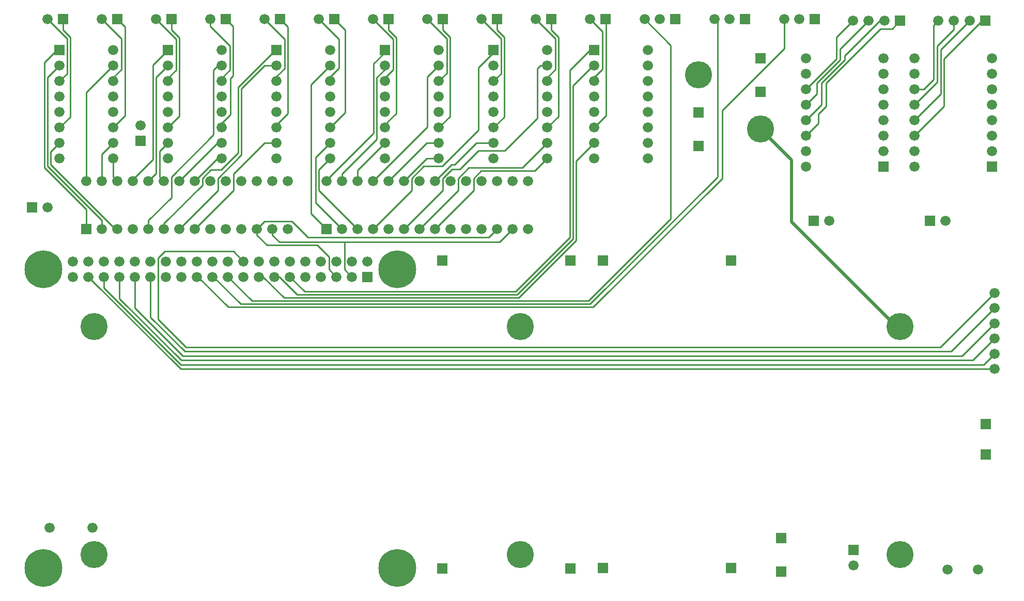
<source format=gbr>
G04 EAGLE Gerber RS-274X export*
G75*
%MOMM*%
%FSLAX34Y34*%
%LPD*%
%INTop Copper*%
%IPPOS*%
%AMOC8*
5,1,8,0,0,1.08239X$1,22.5*%
G01*
%ADD10R,1.676400X1.676400*%
%ADD11C,1.676400*%
%ADD12C,6.200000*%
%ADD13C,4.445000*%
%ADD14C,0.254000*%
%ADD15C,0.508000*%


D10*
X697386Y41124D03*
X907386Y41124D03*
X697386Y546124D03*
X907386Y546124D03*
X960784Y41632D03*
X1170784Y41632D03*
X960784Y546632D03*
X1170784Y546632D03*
D11*
X1054100Y942340D03*
X1029100Y942340D03*
D10*
X1079100Y942340D03*
D11*
X51000Y942340D03*
D10*
X76000Y942340D03*
D11*
X851100Y942340D03*
D10*
X876100Y942340D03*
D11*
X940000Y942340D03*
D10*
X965000Y942340D03*
D11*
X139900Y942340D03*
D10*
X164900Y942340D03*
D11*
X228800Y942340D03*
D10*
X253800Y942340D03*
D11*
X317700Y942340D03*
D10*
X342700Y942340D03*
D11*
X406600Y942340D03*
D10*
X431600Y942340D03*
D11*
X495500Y942340D03*
D10*
X520500Y942340D03*
D11*
X584400Y942340D03*
D10*
X609400Y942340D03*
D11*
X673300Y942340D03*
D10*
X698300Y942340D03*
D11*
X762200Y942340D03*
D10*
X787200Y942340D03*
X70300Y891540D03*
D11*
X70300Y866140D03*
X70300Y840740D03*
X70300Y815340D03*
X70300Y789940D03*
X70300Y764540D03*
X70300Y739140D03*
X70300Y713740D03*
X158300Y713740D03*
X158300Y739140D03*
X158300Y764540D03*
X158300Y789940D03*
X158300Y815340D03*
X158300Y840740D03*
X158300Y866140D03*
X158300Y891540D03*
D10*
X248100Y891540D03*
D11*
X248100Y866140D03*
X248100Y840740D03*
X248100Y815340D03*
X248100Y789940D03*
X248100Y764540D03*
X248100Y739140D03*
X248100Y713740D03*
X336100Y713740D03*
X336100Y739140D03*
X336100Y764540D03*
X336100Y789940D03*
X336100Y815340D03*
X336100Y840740D03*
X336100Y866140D03*
X336100Y891540D03*
D10*
X425900Y891540D03*
D11*
X425900Y866140D03*
X425900Y840740D03*
X425900Y815340D03*
X425900Y789940D03*
X425900Y764540D03*
X425900Y739140D03*
X425900Y713740D03*
X513900Y713740D03*
X513900Y739140D03*
X513900Y764540D03*
X513900Y789940D03*
X513900Y815340D03*
X513900Y840740D03*
X513900Y866140D03*
X513900Y891540D03*
D10*
X603700Y891540D03*
D11*
X603700Y866140D03*
X603700Y840740D03*
X603700Y815340D03*
X603700Y789940D03*
X603700Y764540D03*
X603700Y739140D03*
X603700Y713740D03*
X691700Y713740D03*
X691700Y739140D03*
X691700Y764540D03*
X691700Y789940D03*
X691700Y815340D03*
X691700Y840740D03*
X691700Y866140D03*
X691700Y891540D03*
D10*
X781500Y891540D03*
D11*
X781500Y866140D03*
X781500Y840740D03*
X781500Y815340D03*
X781500Y789940D03*
X781500Y764540D03*
X781500Y739140D03*
X781500Y713740D03*
X869500Y713740D03*
X869500Y739140D03*
X869500Y764540D03*
X869500Y789940D03*
X869500Y815340D03*
X869500Y840740D03*
X869500Y866140D03*
X869500Y891540D03*
D10*
X946600Y891540D03*
D11*
X946600Y866140D03*
X946600Y840740D03*
X946600Y815340D03*
X946600Y789940D03*
X946600Y764540D03*
X946600Y739140D03*
X946600Y713740D03*
X1034600Y713740D03*
X1034600Y739140D03*
X1034600Y764540D03*
X1034600Y789940D03*
X1034600Y815340D03*
X1034600Y840740D03*
X1034600Y866140D03*
X1034600Y891540D03*
D12*
X623680Y42020D03*
X43680Y42020D03*
X43680Y532020D03*
X623680Y532020D03*
D10*
X574980Y519320D03*
D11*
X549580Y519320D03*
X524180Y519320D03*
X498780Y519320D03*
X473380Y519320D03*
X447980Y519320D03*
X574980Y544720D03*
X549580Y544720D03*
X524180Y544720D03*
X498780Y544720D03*
X473380Y544720D03*
X447980Y544720D03*
X422580Y519320D03*
X422580Y544720D03*
X397180Y519320D03*
X371780Y519320D03*
X346380Y519320D03*
X320980Y519320D03*
X295580Y519320D03*
X270180Y519320D03*
X397180Y544720D03*
X371780Y544720D03*
X346380Y544720D03*
X320980Y544720D03*
X295580Y544720D03*
X270180Y544720D03*
X244780Y519320D03*
X244780Y544720D03*
X219380Y519320D03*
X193980Y519320D03*
X168580Y519320D03*
X143180Y519320D03*
X117780Y519320D03*
X92380Y519320D03*
X219380Y544720D03*
X193980Y544720D03*
X168580Y544720D03*
X143180Y544720D03*
X117780Y544720D03*
X92380Y544720D03*
X1420622Y776656D03*
X1293622Y776656D03*
X1420622Y802056D03*
X1420622Y827456D03*
X1420622Y852856D03*
X1420622Y878256D03*
X1420622Y751256D03*
X1420622Y725856D03*
D10*
X1420622Y700456D03*
D11*
X1293622Y751256D03*
X1293622Y725856D03*
X1293622Y700456D03*
X1293622Y802056D03*
X1293622Y827456D03*
X1293622Y852856D03*
X1293622Y878256D03*
X1168400Y942340D03*
X1143400Y942340D03*
D10*
X1193400Y942340D03*
D11*
X1598422Y776656D03*
X1471422Y776656D03*
X1598422Y802056D03*
X1598422Y827456D03*
X1598422Y852856D03*
X1598422Y878256D03*
X1598422Y751256D03*
X1598422Y725856D03*
D10*
X1598422Y700456D03*
D11*
X1471422Y751256D03*
X1471422Y725856D03*
X1471422Y700456D03*
X1471422Y802056D03*
X1471422Y827456D03*
X1471422Y852856D03*
X1471422Y878256D03*
X1282700Y942340D03*
X1257700Y942340D03*
D10*
X1307700Y942340D03*
X508000Y598190D03*
D11*
X533400Y598190D03*
X558800Y598190D03*
X584200Y598190D03*
X609600Y598190D03*
X635000Y598190D03*
X660400Y598190D03*
X685800Y598190D03*
X711200Y598190D03*
X736600Y598190D03*
X762000Y598190D03*
X787400Y598190D03*
X812800Y598190D03*
X838200Y598190D03*
X838200Y676890D03*
X812800Y676890D03*
X787400Y676890D03*
X762000Y676890D03*
X736600Y676890D03*
X711200Y676890D03*
X685800Y676890D03*
X660400Y676890D03*
X635000Y676890D03*
X609600Y676890D03*
X584200Y676890D03*
X558800Y676890D03*
X533400Y676890D03*
X508000Y676890D03*
D10*
X114300Y598190D03*
D11*
X139700Y598190D03*
X165100Y598190D03*
X190500Y598190D03*
X215900Y598190D03*
X241300Y598190D03*
X266700Y598190D03*
X292100Y598190D03*
X317500Y598190D03*
X342900Y598190D03*
X368300Y598190D03*
X393700Y598190D03*
X419100Y598190D03*
X444500Y598190D03*
X444500Y676890D03*
X419100Y676890D03*
X393700Y676890D03*
X368300Y676890D03*
X342900Y676890D03*
X317500Y676890D03*
X292100Y676890D03*
X266700Y676890D03*
X241300Y676890D03*
X215900Y676890D03*
X190500Y676890D03*
X165100Y676890D03*
X139700Y676890D03*
X114300Y676890D03*
D10*
X1497022Y611556D03*
D11*
X1522022Y611556D03*
D10*
X1306522Y611556D03*
D11*
X1331522Y611556D03*
X1602922Y493256D03*
X1602922Y468256D03*
X1602922Y443256D03*
X1602922Y418256D03*
X1602922Y393256D03*
X1602922Y368256D03*
D10*
X1587922Y278256D03*
X1587922Y228256D03*
X1252982Y90746D03*
X1252982Y35746D03*
D11*
X1575162Y39116D03*
X1525162Y39116D03*
D10*
X1447800Y939800D03*
D11*
X1422000Y939800D03*
X1396200Y939800D03*
X1370400Y939800D03*
D10*
X1587500Y939800D03*
D11*
X1561700Y939800D03*
X1535900Y939800D03*
X1510100Y939800D03*
D10*
X1219200Y823400D03*
X1219200Y878400D03*
X1117600Y789500D03*
X1117600Y734500D03*
D13*
X127000Y438150D03*
X127000Y63500D03*
X825500Y438150D03*
X825500Y63500D03*
X1447800Y438150D03*
X1447800Y63500D03*
X1117600Y850900D03*
X1219200Y762000D03*
D10*
X1371600Y71120D03*
D11*
X1371600Y45720D03*
D10*
X203200Y742950D03*
D11*
X203200Y768350D03*
D10*
X25400Y633730D03*
D11*
X50800Y633730D03*
X53900Y107950D03*
X123900Y107950D03*
D14*
X419100Y588030D02*
X419100Y598190D01*
X419100Y588030D02*
X430550Y576580D01*
X791190Y576580D02*
X812800Y598190D01*
X537210Y576580D02*
X430550Y576580D01*
X537210Y576580D02*
X791190Y576580D01*
X549580Y519320D02*
X537210Y531690D01*
X537210Y576580D01*
X773410Y584200D02*
X787400Y598190D01*
X773410Y584200D02*
X477520Y584200D01*
X450850Y610870D01*
X406380Y610870D01*
X393700Y598190D01*
X511810Y531690D02*
X524180Y519320D01*
X511810Y531690D02*
X511810Y552450D01*
X492760Y571500D01*
X410230Y571500D02*
X393700Y588030D01*
X393700Y598190D01*
X410230Y571500D02*
X492760Y571500D01*
X447980Y519320D02*
X472000Y495300D01*
X817880Y495300D01*
X906780Y584200D01*
X906780Y858520D01*
X939800Y891540D01*
X946600Y891540D01*
X430546Y519320D02*
X422580Y519320D01*
X430546Y519320D02*
X459646Y490220D01*
X820420Y490220D01*
X911860Y581660D01*
X911860Y833120D01*
X944880Y866140D01*
X946600Y866140D01*
X916940Y579556D02*
X822524Y485140D01*
X403876Y519320D02*
X397180Y519320D01*
X403876Y519320D02*
X438056Y485140D01*
X822524Y485140D01*
X916940Y709480D02*
X946600Y739140D01*
X916940Y709480D02*
X916940Y579556D01*
X371780Y544720D02*
X355160Y561340D01*
X242696Y561340D02*
X232080Y550725D01*
X232080Y449816D02*
X277540Y404356D01*
X1514022Y404356D02*
X1602922Y493256D01*
X1514022Y404356D02*
X277540Y404356D01*
X242696Y561340D02*
X355160Y561340D01*
X232080Y550725D02*
X232080Y449816D01*
X1531802Y397136D02*
X1602922Y468256D01*
X219380Y453280D02*
X219380Y519320D01*
X219380Y453280D02*
X275524Y397136D01*
X1531802Y397136D01*
X1549582Y389916D02*
X1602922Y443256D01*
X1549582Y389916D02*
X272584Y389916D01*
X193980Y468520D01*
X193980Y519320D01*
X117780Y519320D02*
X268844Y368256D01*
X1602922Y368256D01*
X269244Y375476D02*
X143180Y501540D01*
X143180Y519320D01*
X1585142Y375476D02*
X1602922Y393256D01*
X1585142Y375476D02*
X269244Y375476D01*
X269644Y382696D02*
X168580Y483760D01*
X168580Y519320D01*
X1567362Y382696D02*
X1602922Y418256D01*
X1567362Y382696D02*
X269644Y382696D01*
X295580Y519320D02*
X297196Y519320D01*
X346616Y469900D01*
X944880Y469900D01*
X1257700Y894080D02*
X1257700Y942340D01*
X1257700Y894080D02*
X1156100Y792480D01*
X1156100Y681120D01*
X944880Y469900D01*
X322596Y519320D02*
X320980Y519320D01*
X322596Y519320D02*
X366936Y474980D01*
X939800Y474980D01*
X1148480Y937260D02*
X1143400Y942340D01*
X1148480Y937260D02*
X1148480Y683660D01*
X939800Y474980D01*
X385640Y480060D02*
X346380Y519320D01*
X1029100Y942340D02*
X1071880Y899560D01*
X937260Y480060D02*
X385640Y480060D01*
X937260Y480060D02*
X1071880Y614680D01*
X1071880Y899560D01*
X114300Y629940D02*
X114300Y598190D01*
X114300Y629940D02*
X45720Y698520D01*
X45720Y871220D01*
X66040Y891540D01*
X70300Y891540D01*
X139700Y612160D02*
X139700Y598190D01*
X139700Y612160D02*
X50800Y701060D01*
X50800Y846640D02*
X70300Y866140D01*
X50800Y846640D02*
X50800Y701060D01*
X161270Y598190D02*
X165100Y598190D01*
X161270Y598190D02*
X55880Y703580D01*
X55880Y724720D01*
X70300Y739140D01*
X158300Y683690D02*
X165100Y676890D01*
X158300Y683690D02*
X158300Y713740D01*
X139700Y720540D02*
X139700Y676890D01*
X139700Y720540D02*
X158300Y739140D01*
X114300Y676890D02*
X114300Y822140D01*
X158300Y866140D01*
X223520Y866960D02*
X223520Y712450D01*
X190500Y679430D02*
X190500Y676890D01*
X190500Y679430D02*
X223520Y712450D01*
X223520Y866960D02*
X248100Y891540D01*
X228600Y846640D02*
X228600Y689590D01*
X215900Y676890D01*
X228600Y846640D02*
X248100Y866140D01*
X355600Y661690D02*
X292100Y598190D01*
X355600Y661690D02*
X355600Y688340D01*
X406400Y739140D01*
X425900Y739140D01*
X329910Y661400D02*
X266700Y598190D01*
X329910Y661400D02*
X329910Y681219D01*
X368300Y719609D02*
X368300Y828040D01*
X406400Y866140D01*
X425900Y866140D01*
X368300Y719609D02*
X329910Y681219D01*
X318251Y694960D02*
X304510Y681219D01*
X304510Y670290D02*
X241300Y607080D01*
X241300Y598190D01*
X318251Y694960D02*
X335204Y694960D01*
X304510Y681219D02*
X304510Y670290D01*
X363220Y722976D02*
X363220Y830580D01*
X424180Y891540D01*
X425900Y891540D01*
X363220Y722976D02*
X335204Y694960D01*
X215900Y612140D02*
X215900Y598190D01*
X253710Y649950D02*
X253710Y683759D01*
X322580Y752629D02*
X322580Y858520D01*
X322580Y752629D02*
X253710Y683759D01*
X322580Y858520D02*
X330200Y866140D01*
X336100Y866140D01*
X253710Y649950D02*
X215900Y612140D01*
X266700Y676890D02*
X328950Y739140D01*
X336100Y739140D01*
X328950Y713740D02*
X292100Y676890D01*
X328950Y713740D02*
X336100Y713740D01*
X234710Y725750D02*
X234710Y683480D01*
X241300Y676890D01*
X234710Y725750D02*
X248100Y739140D01*
X495300Y661690D02*
X558800Y598190D01*
X495300Y695140D02*
X513900Y713740D01*
X495300Y695140D02*
X495300Y661690D01*
X490220Y641370D02*
X533400Y598190D01*
X490220Y641370D02*
X490220Y715460D01*
X513900Y739140D01*
X482600Y623590D02*
X508000Y598190D01*
X482600Y834840D02*
X513900Y866140D01*
X482600Y834840D02*
X482600Y623590D01*
X508000Y678160D02*
X585230Y755390D01*
X508000Y678160D02*
X508000Y676890D01*
X603700Y887834D02*
X603700Y891540D01*
X585230Y869364D02*
X585230Y755390D01*
X585230Y869364D02*
X603700Y887834D01*
X533400Y688340D02*
X533400Y676890D01*
X603700Y859894D02*
X603700Y866140D01*
X603700Y859894D02*
X590310Y846504D01*
X590310Y745250D01*
X533400Y688340D01*
X558800Y694240D02*
X558800Y676890D01*
X558800Y694240D02*
X603700Y739140D01*
X635000Y676890D02*
X671850Y713740D01*
X691700Y713740D01*
X671850Y739140D02*
X609600Y676890D01*
X671850Y739140D02*
X691700Y739140D01*
X673100Y765790D02*
X584200Y676890D01*
X673100Y847540D02*
X691700Y866140D01*
X673100Y847540D02*
X673100Y765790D01*
X647410Y661400D02*
X584200Y598190D01*
X647410Y661400D02*
X647410Y681219D01*
X667231Y701040D01*
X697230Y701040D01*
X756920Y760730D01*
X781500Y887834D02*
X781500Y891540D01*
X756920Y863254D02*
X756920Y760730D01*
X756920Y863254D02*
X781500Y887834D01*
X712480Y703570D02*
X685800Y676890D01*
X712480Y703570D02*
X717540Y703570D01*
X753110Y739140D02*
X781500Y739140D01*
X753110Y739140D02*
X717540Y703570D01*
X749010Y661400D02*
X685800Y598190D01*
X749010Y661400D02*
X749010Y681219D01*
X761211Y693420D01*
X849180Y693420D02*
X869500Y713740D01*
X849180Y693420D02*
X761211Y693420D01*
X723610Y661400D02*
X660400Y598190D01*
X723610Y661400D02*
X723610Y681219D01*
X740891Y698500D01*
X828860Y698500D02*
X869500Y739140D01*
X828860Y698500D02*
X740891Y698500D01*
X698210Y661400D02*
X635000Y598190D01*
X698210Y661400D02*
X698210Y681219D01*
X713346Y696354D01*
X800100Y726440D02*
X853440Y779780D01*
X853440Y861060D01*
X858520Y866140D01*
X869500Y866140D01*
X726481Y696354D02*
X713346Y696354D01*
X726481Y696354D02*
X756567Y726440D01*
X800100Y726440D01*
X177800Y784040D02*
X158300Y764540D01*
X177800Y929440D02*
X164900Y942340D01*
X177800Y929440D02*
X177800Y784040D01*
X158300Y840740D02*
X158300Y846640D01*
X171450Y859790D01*
X171450Y910790D01*
X139900Y942340D01*
X336100Y771710D02*
X336100Y764540D01*
X336100Y771710D02*
X350520Y786130D01*
X350520Y845332D01*
X354570Y849382D01*
X354570Y930470D01*
X342700Y942340D01*
X336100Y845716D02*
X336100Y840740D01*
X336100Y845716D02*
X349490Y859106D01*
X349490Y898574D01*
X317700Y930364D02*
X317700Y942340D01*
X317700Y930364D02*
X349490Y898574D01*
X513900Y764540D02*
X538480Y789120D01*
X538480Y924360D02*
X520500Y942340D01*
X538480Y924360D02*
X538480Y789120D01*
X513900Y840740D02*
X513900Y847910D01*
X528320Y862330D01*
X528320Y909520D01*
X495500Y942340D01*
X869500Y846640D02*
X869500Y840740D01*
X869500Y846640D02*
X882650Y859790D01*
X882650Y910790D01*
X851100Y942340D01*
X876100Y942340D02*
X876100Y924524D01*
X887730Y912894D01*
X887730Y782770D02*
X869500Y764540D01*
X887730Y782770D02*
X887730Y912894D01*
X704850Y853890D02*
X691700Y840740D01*
X704850Y910790D02*
X673300Y942340D01*
X704850Y910790D02*
X704850Y853890D01*
X698300Y924524D02*
X698300Y942340D01*
X698300Y924524D02*
X709930Y912894D01*
X709930Y782770D02*
X691700Y764540D01*
X709930Y782770D02*
X709930Y912894D01*
X1326642Y837616D02*
X1326642Y799516D01*
X1313942Y786816D01*
X1313942Y771576D01*
X1293622Y751256D01*
X1326642Y837616D02*
X1415618Y926592D01*
X1434592Y926592D02*
X1447800Y939800D01*
X1434592Y926592D02*
X1415618Y926592D01*
X1319022Y802056D02*
X1293622Y776656D01*
X1319022Y802056D02*
X1319022Y837616D01*
X1357122Y875716D02*
X1357122Y882142D01*
X1414780Y939800D01*
X1422000Y939800D01*
X1357122Y875716D02*
X1319022Y837616D01*
X1293622Y827456D02*
X1343222Y877056D01*
X1343222Y912622D01*
X1370400Y939800D01*
X1349502Y875716D02*
X1311402Y837616D01*
X1311402Y819836D01*
X1293622Y802056D01*
X1349502Y893102D02*
X1396200Y939800D01*
X1349502Y893102D02*
X1349502Y875716D01*
X1471422Y751256D02*
X1519936Y799770D01*
X1582420Y939800D02*
X1587500Y939800D01*
X1582420Y939800D02*
X1519936Y877316D01*
X1519936Y799770D01*
X1514202Y819436D02*
X1471422Y776656D01*
X1514202Y892302D02*
X1561700Y939800D01*
X1514202Y892302D02*
X1514202Y819436D01*
X1502480Y843439D02*
X1486497Y827456D01*
X1471422Y827456D01*
X1502480Y932180D02*
X1510100Y939800D01*
X1502480Y932180D02*
X1502480Y843439D01*
X1508722Y839356D02*
X1471422Y802056D01*
X1535900Y925830D02*
X1535900Y939800D01*
X1535900Y925830D02*
X1508722Y898652D01*
X1508722Y839356D01*
X253800Y924524D02*
X253800Y942340D01*
X253800Y924524D02*
X266570Y911754D01*
X266570Y783010D02*
X248100Y764540D01*
X266570Y783010D02*
X266570Y911754D01*
X248100Y845716D02*
X248100Y840740D01*
X248100Y845716D02*
X261490Y859106D01*
X261490Y909650D02*
X228800Y942340D01*
X261490Y909650D02*
X261490Y859106D01*
X603700Y769516D02*
X603700Y764540D01*
X622170Y911754D02*
X609400Y924524D01*
X609400Y942340D01*
X622170Y787986D02*
X603700Y769516D01*
X622170Y787986D02*
X622170Y911754D01*
X603700Y846360D02*
X603700Y840740D01*
X603700Y846360D02*
X617090Y859750D01*
X617090Y909650D01*
X584400Y942340D01*
X787200Y942340D02*
X787200Y924524D01*
X798830Y912894D01*
X798830Y781870D02*
X781500Y764540D01*
X798830Y781870D02*
X798830Y912894D01*
X793750Y852990D02*
X781500Y840740D01*
X793750Y910790D02*
X762200Y942340D01*
X793750Y910790D02*
X793750Y852990D01*
X946600Y764540D02*
X966270Y784210D01*
X966270Y941070D02*
X965000Y942340D01*
X966270Y941070D02*
X966270Y784210D01*
X946600Y840740D02*
X946600Y846986D01*
X959990Y860376D01*
X959990Y922350D02*
X940000Y942340D01*
X959990Y922350D02*
X959990Y860376D01*
X425900Y768800D02*
X425900Y764540D01*
X425900Y768800D02*
X444500Y787400D01*
X444500Y929440D01*
X431600Y942340D01*
X425900Y848256D02*
X425900Y840740D01*
X425900Y848256D02*
X439290Y861646D01*
X439290Y909650D02*
X406600Y942340D01*
X439290Y909650D02*
X439290Y861646D01*
X76000Y924524D02*
X76000Y942340D01*
X76000Y924524D02*
X87630Y912894D01*
X87630Y781870D02*
X70300Y764540D01*
X87630Y781870D02*
X87630Y912894D01*
X82550Y852990D02*
X70300Y840740D01*
X82550Y910790D02*
X51000Y942340D01*
X82550Y910790D02*
X82550Y852990D01*
D15*
X1219200Y762000D02*
X1270000Y711200D01*
X1270000Y609600D01*
X1441450Y438150D01*
X1447800Y438150D01*
M02*

</source>
